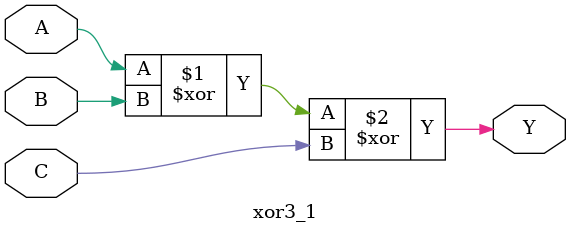
<source format=sv>
module xor3_1 (
    input wire A, B, C,
    output wire Y
);
    assign Y = A ^ B ^ C; // 3输入异或门
endmodule

</source>
